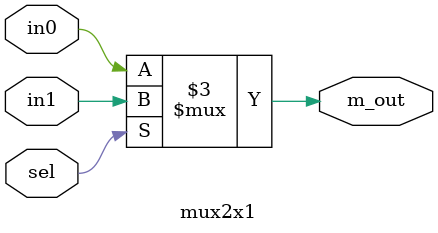
<source format=v>
`timescale 1ns / 1ps
module mux2x1(
	input wire in0,
	input wire in1,
	input wire sel,
	output reg m_out
    );
always@(*) begin
	if(sel)
		m_out = in1;
	else
		m_out = in0;
end

endmodule

</source>
